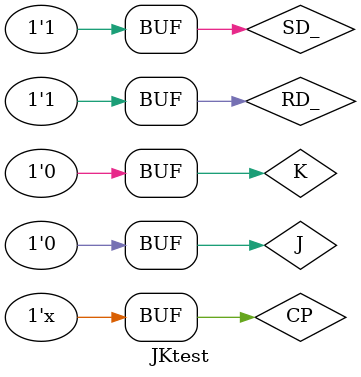
<source format=v>
`timescale 1ns / 1ps


module JKtest();
    reg SD_;
    reg RD_;
    reg CP;
    reg J;
    reg K;
    wire Q;
    wire Q_;

    JK test(
        .SD_(SD_),
        .RD_(RD_),
        .CP(CP),
        .J(J),
        .K(K),
        .Q(Q),
        .Q_(Q_)
    );

    initial begin
        CP = 1;
    end

    always #50 CP = ~CP;
    initial begin
        J = 0;
        K = 0;
        
        RD_ = 0;
        SD_ = 1;
        #50
        RD_=1;
        SD_=0;


        RD_ = 1;
        SD_ = 1;
        #20
        J = 0; K = 0;
        #50
        J = 0; K = 1;
        #50
        J = 1; K = 0;
        #50
        J = 1; K = 1;
        #50
        J = 0; K = 0;
    end


endmodule

</source>
